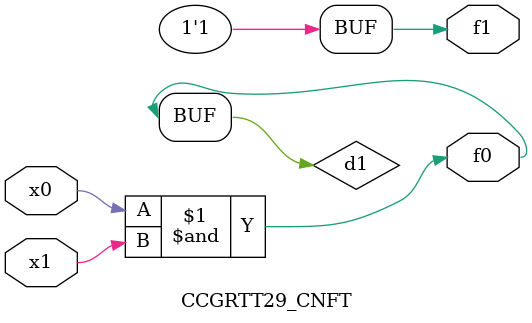
<source format=v>
module CCGRTT29_CNFT(
	input x0, x1,
	output f0, f1
);

	wire d1;

	assign f0 = d1;
	and (d1, x0, x1);
	assign f1 = 1'b1;
endmodule

</source>
